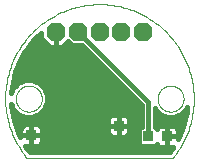
<source format=gbl>
G75*
%MOIN*%
%OFA0B0*%
%FSLAX25Y25*%
%IPPOS*%
%LPD*%
%AMOC8*
5,1,8,0,0,1.08239X$1,22.5*
%
%ADD10C,0.00000*%
%ADD11C,0.00300*%
%ADD12OC8,0.06300*%
%ADD13R,0.03562X0.03562*%
%ADD14C,0.01600*%
D10*
X0008237Y0001406D02*
X0057056Y0001406D01*
X0051937Y0021091D02*
X0051939Y0021222D01*
X0051945Y0021354D01*
X0051955Y0021485D01*
X0051969Y0021616D01*
X0051987Y0021746D01*
X0052009Y0021875D01*
X0052034Y0022004D01*
X0052064Y0022132D01*
X0052098Y0022259D01*
X0052135Y0022386D01*
X0052176Y0022510D01*
X0052221Y0022634D01*
X0052270Y0022756D01*
X0052322Y0022877D01*
X0052378Y0022995D01*
X0052438Y0023113D01*
X0052501Y0023228D01*
X0052568Y0023341D01*
X0052638Y0023453D01*
X0052711Y0023562D01*
X0052787Y0023668D01*
X0052867Y0023773D01*
X0052950Y0023875D01*
X0053036Y0023974D01*
X0053125Y0024071D01*
X0053217Y0024165D01*
X0053312Y0024256D01*
X0053409Y0024345D01*
X0053509Y0024430D01*
X0053612Y0024512D01*
X0053717Y0024591D01*
X0053824Y0024667D01*
X0053934Y0024739D01*
X0054046Y0024808D01*
X0054160Y0024874D01*
X0054275Y0024936D01*
X0054393Y0024995D01*
X0054512Y0025050D01*
X0054633Y0025102D01*
X0054756Y0025149D01*
X0054880Y0025193D01*
X0055005Y0025234D01*
X0055131Y0025270D01*
X0055259Y0025303D01*
X0055387Y0025331D01*
X0055516Y0025356D01*
X0055646Y0025377D01*
X0055776Y0025394D01*
X0055907Y0025407D01*
X0056038Y0025416D01*
X0056169Y0025421D01*
X0056301Y0025422D01*
X0056432Y0025419D01*
X0056564Y0025412D01*
X0056695Y0025401D01*
X0056825Y0025386D01*
X0056955Y0025367D01*
X0057085Y0025344D01*
X0057213Y0025318D01*
X0057341Y0025287D01*
X0057468Y0025252D01*
X0057594Y0025214D01*
X0057718Y0025172D01*
X0057842Y0025126D01*
X0057963Y0025076D01*
X0058083Y0025023D01*
X0058202Y0024966D01*
X0058319Y0024906D01*
X0058433Y0024842D01*
X0058546Y0024774D01*
X0058657Y0024703D01*
X0058766Y0024629D01*
X0058872Y0024552D01*
X0058976Y0024471D01*
X0059077Y0024388D01*
X0059176Y0024301D01*
X0059272Y0024211D01*
X0059365Y0024118D01*
X0059456Y0024023D01*
X0059543Y0023925D01*
X0059628Y0023824D01*
X0059709Y0023721D01*
X0059787Y0023615D01*
X0059862Y0023507D01*
X0059934Y0023397D01*
X0060002Y0023285D01*
X0060067Y0023171D01*
X0060128Y0023054D01*
X0060186Y0022936D01*
X0060240Y0022816D01*
X0060291Y0022695D01*
X0060338Y0022572D01*
X0060381Y0022448D01*
X0060420Y0022323D01*
X0060456Y0022196D01*
X0060487Y0022068D01*
X0060515Y0021940D01*
X0060539Y0021811D01*
X0060559Y0021681D01*
X0060575Y0021550D01*
X0060587Y0021419D01*
X0060595Y0021288D01*
X0060599Y0021157D01*
X0060599Y0021025D01*
X0060595Y0020894D01*
X0060587Y0020763D01*
X0060575Y0020632D01*
X0060559Y0020501D01*
X0060539Y0020371D01*
X0060515Y0020242D01*
X0060487Y0020114D01*
X0060456Y0019986D01*
X0060420Y0019859D01*
X0060381Y0019734D01*
X0060338Y0019610D01*
X0060291Y0019487D01*
X0060240Y0019366D01*
X0060186Y0019246D01*
X0060128Y0019128D01*
X0060067Y0019011D01*
X0060002Y0018897D01*
X0059934Y0018785D01*
X0059862Y0018675D01*
X0059787Y0018567D01*
X0059709Y0018461D01*
X0059628Y0018358D01*
X0059543Y0018257D01*
X0059456Y0018159D01*
X0059365Y0018064D01*
X0059272Y0017971D01*
X0059176Y0017881D01*
X0059077Y0017794D01*
X0058976Y0017711D01*
X0058872Y0017630D01*
X0058766Y0017553D01*
X0058657Y0017479D01*
X0058546Y0017408D01*
X0058434Y0017340D01*
X0058319Y0017276D01*
X0058202Y0017216D01*
X0058083Y0017159D01*
X0057963Y0017106D01*
X0057842Y0017056D01*
X0057718Y0017010D01*
X0057594Y0016968D01*
X0057468Y0016930D01*
X0057341Y0016895D01*
X0057213Y0016864D01*
X0057085Y0016838D01*
X0056955Y0016815D01*
X0056825Y0016796D01*
X0056695Y0016781D01*
X0056564Y0016770D01*
X0056432Y0016763D01*
X0056301Y0016760D01*
X0056169Y0016761D01*
X0056038Y0016766D01*
X0055907Y0016775D01*
X0055776Y0016788D01*
X0055646Y0016805D01*
X0055516Y0016826D01*
X0055387Y0016851D01*
X0055259Y0016879D01*
X0055131Y0016912D01*
X0055005Y0016948D01*
X0054880Y0016989D01*
X0054756Y0017033D01*
X0054633Y0017080D01*
X0054512Y0017132D01*
X0054393Y0017187D01*
X0054275Y0017246D01*
X0054160Y0017308D01*
X0054046Y0017374D01*
X0053934Y0017443D01*
X0053824Y0017515D01*
X0053717Y0017591D01*
X0053612Y0017670D01*
X0053509Y0017752D01*
X0053409Y0017837D01*
X0053312Y0017926D01*
X0053217Y0018017D01*
X0053125Y0018111D01*
X0053036Y0018208D01*
X0052950Y0018307D01*
X0052867Y0018409D01*
X0052787Y0018514D01*
X0052711Y0018620D01*
X0052638Y0018729D01*
X0052568Y0018841D01*
X0052501Y0018954D01*
X0052438Y0019069D01*
X0052378Y0019187D01*
X0052322Y0019305D01*
X0052270Y0019426D01*
X0052221Y0019548D01*
X0052176Y0019672D01*
X0052135Y0019796D01*
X0052098Y0019923D01*
X0052064Y0020050D01*
X0052034Y0020178D01*
X0052009Y0020307D01*
X0051987Y0020436D01*
X0051969Y0020566D01*
X0051955Y0020697D01*
X0051945Y0020828D01*
X0051939Y0020960D01*
X0051937Y0021091D01*
X0004693Y0021091D02*
X0004695Y0021222D01*
X0004701Y0021354D01*
X0004711Y0021485D01*
X0004725Y0021616D01*
X0004743Y0021746D01*
X0004765Y0021875D01*
X0004790Y0022004D01*
X0004820Y0022132D01*
X0004854Y0022259D01*
X0004891Y0022386D01*
X0004932Y0022510D01*
X0004977Y0022634D01*
X0005026Y0022756D01*
X0005078Y0022877D01*
X0005134Y0022995D01*
X0005194Y0023113D01*
X0005257Y0023228D01*
X0005324Y0023341D01*
X0005394Y0023453D01*
X0005467Y0023562D01*
X0005543Y0023668D01*
X0005623Y0023773D01*
X0005706Y0023875D01*
X0005792Y0023974D01*
X0005881Y0024071D01*
X0005973Y0024165D01*
X0006068Y0024256D01*
X0006165Y0024345D01*
X0006265Y0024430D01*
X0006368Y0024512D01*
X0006473Y0024591D01*
X0006580Y0024667D01*
X0006690Y0024739D01*
X0006802Y0024808D01*
X0006916Y0024874D01*
X0007031Y0024936D01*
X0007149Y0024995D01*
X0007268Y0025050D01*
X0007389Y0025102D01*
X0007512Y0025149D01*
X0007636Y0025193D01*
X0007761Y0025234D01*
X0007887Y0025270D01*
X0008015Y0025303D01*
X0008143Y0025331D01*
X0008272Y0025356D01*
X0008402Y0025377D01*
X0008532Y0025394D01*
X0008663Y0025407D01*
X0008794Y0025416D01*
X0008925Y0025421D01*
X0009057Y0025422D01*
X0009188Y0025419D01*
X0009320Y0025412D01*
X0009451Y0025401D01*
X0009581Y0025386D01*
X0009711Y0025367D01*
X0009841Y0025344D01*
X0009969Y0025318D01*
X0010097Y0025287D01*
X0010224Y0025252D01*
X0010350Y0025214D01*
X0010474Y0025172D01*
X0010598Y0025126D01*
X0010719Y0025076D01*
X0010839Y0025023D01*
X0010958Y0024966D01*
X0011075Y0024906D01*
X0011189Y0024842D01*
X0011302Y0024774D01*
X0011413Y0024703D01*
X0011522Y0024629D01*
X0011628Y0024552D01*
X0011732Y0024471D01*
X0011833Y0024388D01*
X0011932Y0024301D01*
X0012028Y0024211D01*
X0012121Y0024118D01*
X0012212Y0024023D01*
X0012299Y0023925D01*
X0012384Y0023824D01*
X0012465Y0023721D01*
X0012543Y0023615D01*
X0012618Y0023507D01*
X0012690Y0023397D01*
X0012758Y0023285D01*
X0012823Y0023171D01*
X0012884Y0023054D01*
X0012942Y0022936D01*
X0012996Y0022816D01*
X0013047Y0022695D01*
X0013094Y0022572D01*
X0013137Y0022448D01*
X0013176Y0022323D01*
X0013212Y0022196D01*
X0013243Y0022068D01*
X0013271Y0021940D01*
X0013295Y0021811D01*
X0013315Y0021681D01*
X0013331Y0021550D01*
X0013343Y0021419D01*
X0013351Y0021288D01*
X0013355Y0021157D01*
X0013355Y0021025D01*
X0013351Y0020894D01*
X0013343Y0020763D01*
X0013331Y0020632D01*
X0013315Y0020501D01*
X0013295Y0020371D01*
X0013271Y0020242D01*
X0013243Y0020114D01*
X0013212Y0019986D01*
X0013176Y0019859D01*
X0013137Y0019734D01*
X0013094Y0019610D01*
X0013047Y0019487D01*
X0012996Y0019366D01*
X0012942Y0019246D01*
X0012884Y0019128D01*
X0012823Y0019011D01*
X0012758Y0018897D01*
X0012690Y0018785D01*
X0012618Y0018675D01*
X0012543Y0018567D01*
X0012465Y0018461D01*
X0012384Y0018358D01*
X0012299Y0018257D01*
X0012212Y0018159D01*
X0012121Y0018064D01*
X0012028Y0017971D01*
X0011932Y0017881D01*
X0011833Y0017794D01*
X0011732Y0017711D01*
X0011628Y0017630D01*
X0011522Y0017553D01*
X0011413Y0017479D01*
X0011302Y0017408D01*
X0011190Y0017340D01*
X0011075Y0017276D01*
X0010958Y0017216D01*
X0010839Y0017159D01*
X0010719Y0017106D01*
X0010598Y0017056D01*
X0010474Y0017010D01*
X0010350Y0016968D01*
X0010224Y0016930D01*
X0010097Y0016895D01*
X0009969Y0016864D01*
X0009841Y0016838D01*
X0009711Y0016815D01*
X0009581Y0016796D01*
X0009451Y0016781D01*
X0009320Y0016770D01*
X0009188Y0016763D01*
X0009057Y0016760D01*
X0008925Y0016761D01*
X0008794Y0016766D01*
X0008663Y0016775D01*
X0008532Y0016788D01*
X0008402Y0016805D01*
X0008272Y0016826D01*
X0008143Y0016851D01*
X0008015Y0016879D01*
X0007887Y0016912D01*
X0007761Y0016948D01*
X0007636Y0016989D01*
X0007512Y0017033D01*
X0007389Y0017080D01*
X0007268Y0017132D01*
X0007149Y0017187D01*
X0007031Y0017246D01*
X0006916Y0017308D01*
X0006802Y0017374D01*
X0006690Y0017443D01*
X0006580Y0017515D01*
X0006473Y0017591D01*
X0006368Y0017670D01*
X0006265Y0017752D01*
X0006165Y0017837D01*
X0006068Y0017926D01*
X0005973Y0018017D01*
X0005881Y0018111D01*
X0005792Y0018208D01*
X0005706Y0018307D01*
X0005623Y0018409D01*
X0005543Y0018514D01*
X0005467Y0018620D01*
X0005394Y0018729D01*
X0005324Y0018841D01*
X0005257Y0018954D01*
X0005194Y0019069D01*
X0005134Y0019187D01*
X0005078Y0019305D01*
X0005026Y0019426D01*
X0004977Y0019548D01*
X0004932Y0019672D01*
X0004891Y0019796D01*
X0004854Y0019923D01*
X0004820Y0020050D01*
X0004790Y0020178D01*
X0004765Y0020307D01*
X0004743Y0020436D01*
X0004725Y0020566D01*
X0004711Y0020697D01*
X0004701Y0020828D01*
X0004695Y0020960D01*
X0004693Y0021091D01*
D11*
X0001150Y0021092D02*
X0001159Y0021861D01*
X0001187Y0022630D01*
X0001233Y0023398D01*
X0001298Y0024165D01*
X0001382Y0024930D01*
X0001485Y0025693D01*
X0001606Y0026453D01*
X0001746Y0027210D01*
X0001905Y0027963D01*
X0002082Y0028712D01*
X0002277Y0029456D01*
X0002490Y0030196D01*
X0002722Y0030930D01*
X0002971Y0031658D01*
X0003238Y0032380D01*
X0003522Y0033095D01*
X0003824Y0033802D01*
X0004144Y0034503D01*
X0004480Y0035195D01*
X0004833Y0035879D01*
X0005203Y0036554D01*
X0005589Y0037219D01*
X0005992Y0037875D01*
X0006410Y0038521D01*
X0006844Y0039157D01*
X0007293Y0039781D01*
X0007758Y0040395D01*
X0008238Y0040997D01*
X0008732Y0041587D01*
X0009240Y0042165D01*
X0009762Y0042730D01*
X0010299Y0043282D01*
X0010848Y0043821D01*
X0011410Y0044346D01*
X0011986Y0044857D01*
X0012573Y0045354D01*
X0013173Y0045837D01*
X0013784Y0046305D01*
X0014406Y0046757D01*
X0015040Y0047195D01*
X0015683Y0047616D01*
X0016337Y0048022D01*
X0017001Y0048412D01*
X0017674Y0048785D01*
X0018356Y0049141D01*
X0019047Y0049481D01*
X0019745Y0049804D01*
X0020451Y0050110D01*
X0021165Y0050398D01*
X0021885Y0050668D01*
X0022612Y0050921D01*
X0023345Y0051156D01*
X0024083Y0051374D01*
X0024827Y0051572D01*
X0025575Y0051753D01*
X0026327Y0051915D01*
X0027083Y0052059D01*
X0027843Y0052184D01*
X0028605Y0052291D01*
X0029369Y0052379D01*
X0030136Y0052448D01*
X0030904Y0052498D01*
X0031673Y0052530D01*
X0032442Y0052543D01*
X0033212Y0052537D01*
X0033981Y0052512D01*
X0034749Y0052468D01*
X0035516Y0052405D01*
X0036282Y0052324D01*
X0037045Y0052224D01*
X0037805Y0052105D01*
X0038562Y0051968D01*
X0039316Y0051812D01*
X0040066Y0051638D01*
X0040811Y0051445D01*
X0041551Y0051235D01*
X0042286Y0051006D01*
X0043015Y0050759D01*
X0043737Y0050495D01*
X0044453Y0050213D01*
X0045162Y0049913D01*
X0045864Y0049596D01*
X0046557Y0049262D01*
X0047242Y0048912D01*
X0047918Y0048544D01*
X0048585Y0048160D01*
X0049243Y0047760D01*
X0049890Y0047344D01*
X0050527Y0046912D01*
X0051153Y0046465D01*
X0051769Y0046003D01*
X0052372Y0045525D01*
X0052964Y0045033D01*
X0053544Y0044527D01*
X0054110Y0044006D01*
X0054665Y0043472D01*
X0055205Y0042925D01*
X0055733Y0042364D01*
X0056246Y0041791D01*
X0056745Y0041205D01*
X0057230Y0040607D01*
X0057700Y0039998D01*
X0058154Y0039377D01*
X0058594Y0038745D01*
X0059018Y0038103D01*
X0059426Y0037450D01*
X0059818Y0036788D01*
X0060193Y0036116D01*
X0060552Y0035435D01*
X0060894Y0034746D01*
X0061220Y0034049D01*
X0061528Y0033343D01*
X0061819Y0032631D01*
X0062092Y0031911D01*
X0062347Y0031185D01*
X0062585Y0030453D01*
X0062804Y0029716D01*
X0063006Y0028973D01*
X0063189Y0028226D01*
X0063354Y0027474D01*
X0063501Y0026718D01*
X0063629Y0025959D01*
X0063738Y0025198D01*
X0063828Y0024433D01*
X0063900Y0023667D01*
X0063953Y0022899D01*
X0063988Y0022131D01*
X0064003Y0021361D01*
X0064000Y0020592D01*
X0063977Y0019822D01*
X0063936Y0019054D01*
X0063876Y0018287D01*
X0063798Y0017521D01*
X0063700Y0016758D01*
X0063584Y0015997D01*
X0063450Y0015239D01*
X0063296Y0014485D01*
X0063125Y0013735D01*
X0062935Y0012989D01*
X0062727Y0012248D01*
X0062501Y0011512D01*
X0062257Y0010782D01*
X0061995Y0010059D01*
X0061715Y0009342D01*
X0061418Y0008632D01*
X0061104Y0007929D01*
X0060772Y0007235D01*
X0060424Y0006549D01*
X0060059Y0005871D01*
X0059677Y0005203D01*
X0059279Y0004544D01*
X0058866Y0003895D01*
X0058436Y0003256D01*
X0057991Y0002629D01*
X0057531Y0002012D01*
X0057055Y0001407D01*
X0008236Y0001406D02*
X0007762Y0002002D01*
X0007302Y0002609D01*
X0006856Y0003227D01*
X0006426Y0003856D01*
X0006011Y0004495D01*
X0005612Y0005143D01*
X0005229Y0005802D01*
X0004862Y0006469D01*
X0004511Y0007145D01*
X0004176Y0007829D01*
X0003858Y0008522D01*
X0003557Y0009221D01*
X0003273Y0009928D01*
X0003007Y0010642D01*
X0002757Y0011362D01*
X0002526Y0012087D01*
X0002312Y0012818D01*
X0002115Y0013554D01*
X0001937Y0014295D01*
X0001776Y0015039D01*
X0001634Y0015788D01*
X0001510Y0016539D01*
X0001404Y0017293D01*
X0001316Y0018050D01*
X0001247Y0018809D01*
X0001196Y0019569D01*
X0001164Y0020330D01*
X0001150Y0021091D01*
D12*
X0018040Y0043335D03*
X0025363Y0043375D03*
X0032685Y0043335D03*
X0039851Y0043335D03*
X0047056Y0043375D03*
D13*
X0038945Y0012036D03*
X0048788Y0008493D03*
X0055087Y0008493D03*
X0009811Y0008887D03*
D14*
X0009811Y0008887D01*
X0006230Y0008887D01*
X0006230Y0010905D01*
X0006353Y0011362D01*
X0006590Y0011773D01*
X0006925Y0012108D01*
X0007336Y0012345D01*
X0007793Y0012468D01*
X0009811Y0012468D01*
X0009811Y0008887D01*
X0009811Y0008887D01*
X0006230Y0008887D01*
X0006230Y0008206D01*
X0005788Y0008988D01*
X0004096Y0013688D01*
X0003222Y0018607D01*
X0003195Y0019143D01*
X0003827Y0017619D01*
X0005551Y0015894D01*
X0007805Y0014961D01*
X0010243Y0014961D01*
X0012497Y0015894D01*
X0014221Y0017619D01*
X0015155Y0019872D01*
X0015155Y0022311D01*
X0014221Y0024564D01*
X0012497Y0026289D01*
X0010243Y0027222D01*
X0007805Y0027222D01*
X0005551Y0026289D01*
X0003827Y0024564D01*
X0003203Y0023058D01*
X0003263Y0024215D01*
X0004574Y0030320D01*
X0007141Y0036013D01*
X0010850Y0041036D01*
X0013090Y0043011D01*
X0013090Y0041285D01*
X0015989Y0038385D01*
X0018040Y0038385D01*
X0020090Y0038385D01*
X0022004Y0040299D01*
X0023478Y0038825D01*
X0026801Y0038825D01*
X0046588Y0019038D01*
X0046588Y0011674D01*
X0046427Y0011674D01*
X0045607Y0010854D01*
X0045607Y0006132D01*
X0046427Y0005312D01*
X0051149Y0005312D01*
X0051711Y0005874D01*
X0051866Y0005607D01*
X0052201Y0005271D01*
X0052611Y0005034D01*
X0053069Y0004912D01*
X0055087Y0004912D01*
X0055087Y0008493D01*
X0055087Y0012074D01*
X0057105Y0012074D01*
X0057563Y0011951D01*
X0057973Y0011714D01*
X0058308Y0011379D01*
X0058545Y0010969D01*
X0058668Y0010511D01*
X0058668Y0008493D01*
X0055087Y0008493D01*
X0055087Y0008493D01*
X0055087Y0012074D01*
X0053069Y0012074D01*
X0052611Y0011951D01*
X0052201Y0011714D01*
X0051866Y0011379D01*
X0051711Y0011112D01*
X0051149Y0011674D01*
X0050988Y0011674D01*
X0050988Y0017819D01*
X0051071Y0017619D01*
X0052795Y0015894D01*
X0055049Y0014961D01*
X0057488Y0014961D01*
X0059741Y0015894D01*
X0061465Y0017619D01*
X0061803Y0018432D01*
X0061735Y0016790D01*
X0060169Y0010745D01*
X0058668Y0007757D01*
X0058668Y0008493D01*
X0055087Y0008493D01*
X0055087Y0008887D01*
X0055087Y0008493D02*
X0055087Y0008493D01*
X0055087Y0008493D01*
X0055087Y0004912D01*
X0057105Y0004912D01*
X0057202Y0004938D01*
X0055953Y0003206D01*
X0009323Y0003206D01*
X0008249Y0004641D01*
X0007873Y0005306D01*
X0009811Y0005306D01*
X0009811Y0008886D01*
X0009811Y0008886D01*
X0009811Y0005306D01*
X0011829Y0005306D01*
X0012287Y0005428D01*
X0012698Y0005665D01*
X0013033Y0006000D01*
X0013270Y0006411D01*
X0013393Y0006869D01*
X0013393Y0008887D01*
X0013393Y0010905D01*
X0013270Y0011362D01*
X0013033Y0011773D01*
X0012698Y0012108D01*
X0012287Y0012345D01*
X0011829Y0012468D01*
X0009811Y0012468D01*
X0009811Y0008887D01*
X0009811Y0007706D01*
X0009811Y0007800D02*
X0009811Y0007800D01*
X0009812Y0008887D02*
X0009812Y0008887D01*
X0013393Y0008887D01*
X0009812Y0008887D01*
X0009811Y0009399D02*
X0009811Y0009399D01*
X0009811Y0010997D02*
X0009811Y0010997D01*
X0006255Y0010997D02*
X0005064Y0010997D01*
X0005640Y0009399D02*
X0006230Y0009399D01*
X0004489Y0012596D02*
X0035364Y0012596D01*
X0035364Y0012036D02*
X0038945Y0012036D01*
X0035364Y0012036D01*
X0035364Y0010018D01*
X0035487Y0009560D01*
X0035724Y0009150D01*
X0036059Y0008815D01*
X0036469Y0008578D01*
X0036927Y0008455D01*
X0038945Y0008455D01*
X0038945Y0012036D01*
X0038945Y0012036D01*
X0038945Y0012036D01*
X0038945Y0008455D01*
X0040963Y0008455D01*
X0041421Y0008578D01*
X0041832Y0008815D01*
X0042167Y0009150D01*
X0042404Y0009560D01*
X0042526Y0010018D01*
X0042526Y0012036D01*
X0038945Y0012036D01*
X0038945Y0012430D01*
X0038945Y0012596D02*
X0038945Y0012596D01*
X0038945Y0012036D02*
X0038945Y0015617D01*
X0036927Y0015617D01*
X0036469Y0015495D01*
X0036059Y0015258D01*
X0035724Y0014923D01*
X0035487Y0014512D01*
X0035364Y0014054D01*
X0035364Y0012036D01*
X0035364Y0010997D02*
X0013368Y0010997D01*
X0013393Y0009399D02*
X0035580Y0009399D01*
X0038945Y0009399D02*
X0038945Y0009399D01*
X0038945Y0010997D02*
X0038945Y0010997D01*
X0038945Y0012036D02*
X0038945Y0012036D01*
X0038945Y0012036D01*
X0042526Y0012036D01*
X0042526Y0014054D01*
X0042404Y0014512D01*
X0042167Y0014923D01*
X0041832Y0015258D01*
X0041421Y0015495D01*
X0040963Y0015617D01*
X0038945Y0015617D01*
X0038945Y0012036D01*
X0038945Y0014194D02*
X0038945Y0014194D01*
X0035402Y0014194D02*
X0004006Y0014194D01*
X0003722Y0015793D02*
X0005795Y0015793D01*
X0004054Y0017391D02*
X0003437Y0017391D01*
X0003259Y0018990D02*
X0003203Y0018990D01*
X0003241Y0023785D02*
X0003504Y0023785D01*
X0003514Y0025384D02*
X0004647Y0025384D01*
X0003857Y0026982D02*
X0007226Y0026982D01*
X0004201Y0028581D02*
X0037045Y0028581D01*
X0035447Y0030180D02*
X0004544Y0030180D01*
X0005231Y0031778D02*
X0033848Y0031778D01*
X0032250Y0033377D02*
X0005952Y0033377D01*
X0006673Y0034975D02*
X0030651Y0034975D01*
X0029053Y0036574D02*
X0007555Y0036574D01*
X0008735Y0038172D02*
X0027454Y0038172D01*
X0022532Y0039771D02*
X0021475Y0039771D01*
X0018040Y0039771D02*
X0018040Y0039771D01*
X0018040Y0038385D02*
X0018040Y0043335D01*
X0018040Y0043335D01*
X0018040Y0038385D01*
X0014604Y0039771D02*
X0009916Y0039771D01*
X0011227Y0041369D02*
X0013090Y0041369D01*
X0013040Y0042968D02*
X0013090Y0042968D01*
X0018040Y0042968D02*
X0018040Y0042968D01*
X0018040Y0041369D02*
X0018040Y0041369D01*
X0025363Y0043375D02*
X0048788Y0019950D01*
X0048788Y0008493D01*
X0045607Y0007800D02*
X0013393Y0007800D01*
X0013149Y0006202D02*
X0045607Y0006202D01*
X0045607Y0009399D02*
X0042310Y0009399D01*
X0042526Y0010997D02*
X0045750Y0010997D01*
X0046588Y0012596D02*
X0042526Y0012596D01*
X0042489Y0014194D02*
X0046588Y0014194D01*
X0046588Y0015793D02*
X0012253Y0015793D01*
X0013994Y0017391D02*
X0046588Y0017391D01*
X0046588Y0018990D02*
X0014789Y0018990D01*
X0015155Y0020588D02*
X0045038Y0020588D01*
X0043439Y0022187D02*
X0015155Y0022187D01*
X0014544Y0023785D02*
X0041841Y0023785D01*
X0040242Y0025384D02*
X0013402Y0025384D01*
X0010822Y0026982D02*
X0038644Y0026982D01*
X0050988Y0017391D02*
X0051298Y0017391D01*
X0050988Y0015793D02*
X0053039Y0015793D01*
X0050988Y0014194D02*
X0061063Y0014194D01*
X0060649Y0012596D02*
X0050988Y0012596D01*
X0055087Y0010997D02*
X0055087Y0010997D01*
X0055087Y0009399D02*
X0055087Y0009399D01*
X0055087Y0007800D02*
X0055087Y0007800D01*
X0055087Y0006202D02*
X0055087Y0006202D01*
X0056960Y0004603D02*
X0008277Y0004603D01*
X0009811Y0006202D02*
X0009811Y0006202D01*
X0058668Y0007800D02*
X0058690Y0007800D01*
X0058668Y0009399D02*
X0059493Y0009399D01*
X0060235Y0010997D02*
X0058529Y0010997D01*
X0059497Y0015793D02*
X0061477Y0015793D01*
X0061238Y0017391D02*
X0061760Y0017391D01*
M02*

</source>
